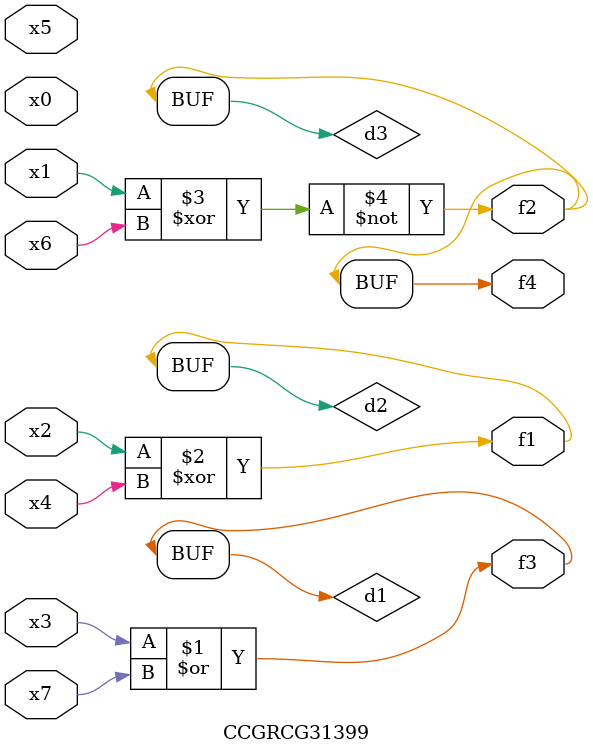
<source format=v>
module CCGRCG31399(
	input x0, x1, x2, x3, x4, x5, x6, x7,
	output f1, f2, f3, f4
);

	wire d1, d2, d3;

	or (d1, x3, x7);
	xor (d2, x2, x4);
	xnor (d3, x1, x6);
	assign f1 = d2;
	assign f2 = d3;
	assign f3 = d1;
	assign f4 = d3;
endmodule

</source>
